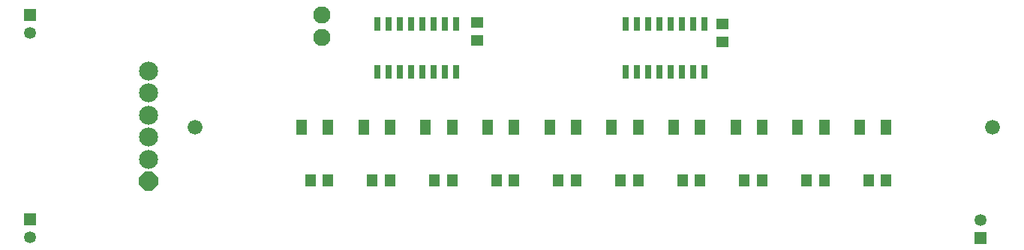
<source format=gbs>
G04*
G04 #@! TF.GenerationSoftware,Altium Limited,Altium Designer,22.9.1 (49)*
G04*
G04 Layer_Color=16711935*
%FSLAX44Y44*%
%MOMM*%
G71*
G04*
G04 #@! TF.SameCoordinates,82FFAF5D-3DE1-49B7-988C-51480E2A03B1*
G04*
G04*
G04 #@! TF.FilePolarity,Negative*
G04*
G01*
G75*
%ADD25R,1.1500X1.7500*%
%ADD26R,1.4000X1.1500*%
%ADD27R,1.1500X1.4000*%
%ADD28C,1.9500*%
%ADD29C,2.1500*%
%ADD30P,2.3272X8X112.5*%
%ADD31R,1.3500X1.3500*%
%ADD32C,1.3500*%
%ADD33C,1.6740*%
%ADD45R,0.7016X1.5516*%
D25*
X1030000Y150000D02*
D03*
X1000000D02*
D03*
X960000D02*
D03*
X930000D02*
D03*
X890000D02*
D03*
X860000D02*
D03*
X540000D02*
D03*
X510000D02*
D03*
X610000D02*
D03*
X580000D02*
D03*
X680000D02*
D03*
X650000D02*
D03*
X750000D02*
D03*
X720000D02*
D03*
X820000D02*
D03*
X790000D02*
D03*
X470000D02*
D03*
X440000D02*
D03*
X400000D02*
D03*
X370000D02*
D03*
D26*
X845000Y267000D02*
D03*
Y247000D02*
D03*
X568000Y269000D02*
D03*
Y249000D02*
D03*
D27*
X940000Y90000D02*
D03*
X960000D02*
D03*
X380000D02*
D03*
X400000D02*
D03*
X730000D02*
D03*
X750000D02*
D03*
X590000D02*
D03*
X610000D02*
D03*
X660000D02*
D03*
X680000D02*
D03*
X800000D02*
D03*
X820000D02*
D03*
X1010000D02*
D03*
X1030000D02*
D03*
X870000D02*
D03*
X890000D02*
D03*
X450000D02*
D03*
X470000D02*
D03*
X520000D02*
D03*
X540000D02*
D03*
D28*
X392600Y252300D02*
D03*
Y277700D02*
D03*
D29*
X197000Y214000D02*
D03*
Y189000D02*
D03*
Y164000D02*
D03*
Y114000D02*
D03*
Y139000D02*
D03*
D30*
Y89000D02*
D03*
D31*
X1136000Y25000D02*
D03*
X64000Y46000D02*
D03*
X64000Y277000D02*
D03*
D32*
X1136000Y45000D02*
D03*
X64000Y26000D02*
D03*
X64000Y257000D02*
D03*
D33*
X1150000Y150000D02*
D03*
X250000D02*
D03*
D45*
X824450Y212750D02*
D03*
X811750D02*
D03*
X799050D02*
D03*
X786350D02*
D03*
X773650D02*
D03*
X760950D02*
D03*
X748250D02*
D03*
X735550D02*
D03*
Y267250D02*
D03*
X748250D02*
D03*
X760950D02*
D03*
X773650D02*
D03*
X786350D02*
D03*
X799050D02*
D03*
X811750D02*
D03*
X824450D02*
D03*
X544450Y212750D02*
D03*
X531750D02*
D03*
X519050D02*
D03*
X506350D02*
D03*
X493650D02*
D03*
X480950D02*
D03*
X468250D02*
D03*
X455550D02*
D03*
Y267250D02*
D03*
X468250D02*
D03*
X480950D02*
D03*
X493650D02*
D03*
X506350D02*
D03*
X519050D02*
D03*
X531750D02*
D03*
X544450D02*
D03*
M02*

</source>
